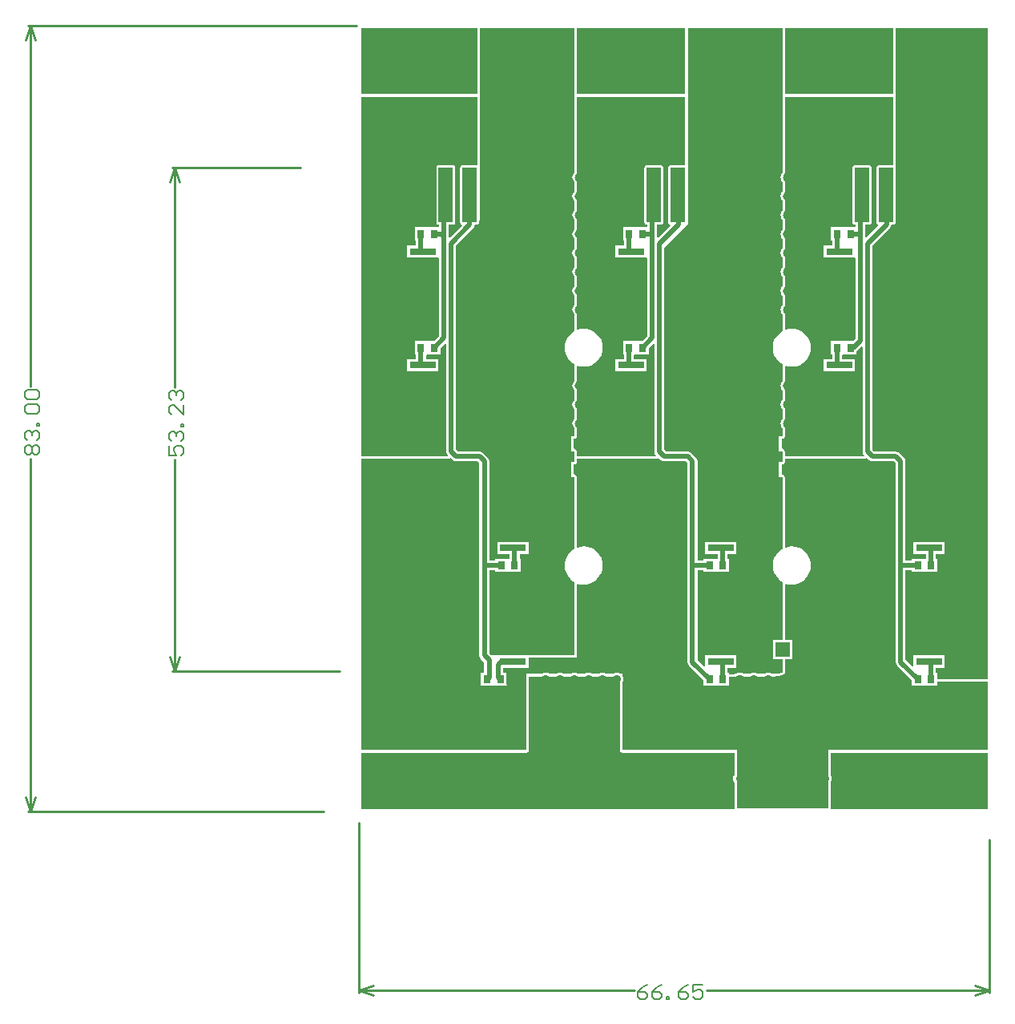
<source format=gtl>
G04*
G04 #@! TF.GenerationSoftware,Altium Limited,Altium Designer,18.0.12 (696)*
G04*
G04 Layer_Physical_Order=1*
G04 Layer_Color=255*
%FSLAX25Y25*%
%MOIN*%
G70*
G01*
G75*
%ADD14R,0.12205X0.34252*%
%ADD29R,0.06693X0.04331*%
%ADD30R,0.11000X0.03100*%
%ADD31R,0.03150X0.03543*%
%ADD32C,0.02000*%
%ADD33C,0.01000*%
%ADD34C,0.00600*%
%ADD35R,0.05906X0.22638*%
%ADD36R,0.03150X0.31102*%
%ADD37R,0.05512X0.39764*%
%ADD38R,0.11417X0.38189*%
%ADD39R,0.03150X0.31102*%
%ADD40R,0.03150X0.31102*%
%ADD41R,0.03150X0.31102*%
%ADD42R,0.05906X0.05906*%
%ADD43C,0.05906*%
%ADD44R,0.38000X0.55000*%
%ADD45C,0.03500*%
G36*
X597406Y396689D02*
X552201D01*
Y424126D01*
X597406D01*
Y396689D01*
D02*
G37*
G36*
X510791D02*
X465587D01*
Y424126D01*
X510791D01*
Y396689D01*
D02*
G37*
G36*
X424177D02*
X376071D01*
X376071Y397189D01*
Y424126D01*
X424177D01*
Y396689D01*
D02*
G37*
G36*
X597406Y367294D02*
X597244Y367161D01*
X591339D01*
X590948Y367084D01*
X590618Y366863D01*
X590397Y366532D01*
X590319Y366142D01*
Y343504D01*
X590397Y343114D01*
X590618Y342783D01*
X590948Y342562D01*
X591106Y342021D01*
X586115Y337031D01*
X585653Y337222D01*
Y342484D01*
X587303D01*
X587693Y342562D01*
X588024Y342783D01*
X588245Y343114D01*
X588323Y343504D01*
Y366142D01*
X588245Y366532D01*
X588024Y366863D01*
X587693Y367084D01*
X587303Y367161D01*
X581398D01*
X581007Y367084D01*
X580677Y366863D01*
X580456Y366532D01*
X580378Y366142D01*
Y343504D01*
X580456Y343114D01*
X580677Y342783D01*
X581007Y342562D01*
X581398Y342484D01*
X581575D01*
Y341354D01*
X577091D01*
X576953Y341354D01*
X576591D01*
X576453Y341354D01*
X571441D01*
Y335811D01*
X571977D01*
Y333849D01*
X568303D01*
Y328749D01*
X581075D01*
X581303Y328749D01*
X581575Y328362D01*
Y295089D01*
X580596Y294110D01*
X577091D01*
X576953Y294110D01*
X576591D01*
X576453Y294110D01*
X571441D01*
Y288567D01*
X571961D01*
Y286605D01*
X568303D01*
Y281505D01*
X581303D01*
Y286605D01*
X576039D01*
Y288213D01*
X576393Y288567D01*
X576953D01*
X577091Y288567D01*
X582102D01*
Y289864D01*
X582151Y289897D01*
X584113Y291859D01*
X584575Y291668D01*
Y248031D01*
X584730Y247251D01*
X585172Y246590D01*
X585237Y246525D01*
X585046Y246063D01*
X552201D01*
Y248213D01*
X552123Y248603D01*
X551902Y248934D01*
X551571Y249155D01*
X551181Y249232D01*
Y253524D01*
X551571Y253601D01*
X551902Y253822D01*
X552123Y254153D01*
X552201Y254543D01*
Y257891D01*
X552175Y258021D01*
X552166Y258155D01*
X552136Y258215D01*
X552123Y258281D01*
X552049Y258392D01*
X551990Y258511D01*
X551638Y258970D01*
X551464Y259391D01*
X551404Y259842D01*
X551464Y260294D01*
X551638Y260715D01*
X551990Y261174D01*
X552049Y261293D01*
X552123Y261404D01*
X552136Y261470D01*
X552166Y261530D01*
X552175Y261664D01*
X552201Y261794D01*
Y265765D01*
X552175Y265895D01*
X552166Y266028D01*
X552136Y266089D01*
X552123Y266155D01*
X552049Y266266D01*
X551990Y266385D01*
X551638Y266844D01*
X551464Y267265D01*
X551404Y267717D01*
X551464Y268168D01*
X551638Y268589D01*
X551990Y269048D01*
X552049Y269167D01*
X552123Y269278D01*
X552136Y269344D01*
X552166Y269405D01*
X552175Y269538D01*
X552201Y269669D01*
Y273639D01*
X552175Y273769D01*
X552166Y273903D01*
X552136Y273963D01*
X552123Y274029D01*
X552049Y274140D01*
X551990Y274259D01*
X551638Y274718D01*
X551464Y275139D01*
X551404Y275590D01*
X551464Y276042D01*
X551638Y276463D01*
X551990Y276922D01*
X552049Y277041D01*
X552123Y277152D01*
X552136Y277218D01*
X552166Y277279D01*
X552175Y277412D01*
X552201Y277542D01*
Y283548D01*
X552602Y283846D01*
X553569Y283553D01*
X555118Y283400D01*
X556667Y283553D01*
X558156Y284005D01*
X559528Y284738D01*
X560731Y285725D01*
X561719Y286928D01*
X562452Y288301D01*
X562904Y289790D01*
X563056Y291339D01*
X562904Y292887D01*
X562452Y294376D01*
X561719Y295749D01*
X560731Y296952D01*
X559528Y297939D01*
X558156Y298673D01*
X556667Y299124D01*
X555118Y299277D01*
X553569Y299124D01*
X552602Y298831D01*
X552201Y299129D01*
Y305135D01*
X552175Y305265D01*
X552166Y305399D01*
X552136Y305459D01*
X552123Y305525D01*
X552049Y305636D01*
X551990Y305755D01*
X551638Y306214D01*
X551464Y306635D01*
X551404Y307087D01*
X551464Y307538D01*
X551638Y307959D01*
X551990Y308418D01*
X552049Y308538D01*
X552123Y308648D01*
X552136Y308714D01*
X552166Y308775D01*
X552175Y308908D01*
X552201Y309038D01*
Y313009D01*
X552175Y313140D01*
X552166Y313273D01*
X552136Y313333D01*
X552123Y313399D01*
X552049Y313510D01*
X551990Y313629D01*
X551638Y314088D01*
X551464Y314509D01*
X551404Y314961D01*
X551464Y315412D01*
X551638Y315833D01*
X551990Y316292D01*
X552049Y316411D01*
X552123Y316522D01*
X552136Y316588D01*
X552166Y316649D01*
X552175Y316782D01*
X552201Y316913D01*
Y320883D01*
X552175Y321013D01*
X552166Y321147D01*
X552136Y321207D01*
X552123Y321273D01*
X552049Y321384D01*
X551990Y321503D01*
X551638Y321962D01*
X551464Y322383D01*
X551404Y322835D01*
X551464Y323286D01*
X551638Y323707D01*
X551990Y324166D01*
X552049Y324286D01*
X552123Y324396D01*
X552136Y324462D01*
X552166Y324523D01*
X552175Y324656D01*
X552201Y324787D01*
Y328757D01*
X552175Y328888D01*
X552166Y329021D01*
X552136Y329081D01*
X552123Y329147D01*
X552049Y329258D01*
X551990Y329377D01*
X551638Y329836D01*
X551464Y330257D01*
X551404Y330709D01*
X551464Y331160D01*
X551638Y331581D01*
X551990Y332040D01*
X552049Y332159D01*
X552123Y332270D01*
X552136Y332336D01*
X552166Y332397D01*
X552175Y332530D01*
X552201Y332661D01*
Y336631D01*
X552175Y336761D01*
X552166Y336895D01*
X552136Y336955D01*
X552123Y337021D01*
X552049Y337132D01*
X551990Y337251D01*
X551638Y337710D01*
X551464Y338131D01*
X551404Y338583D01*
X551464Y339034D01*
X551638Y339455D01*
X551990Y339914D01*
X552049Y340034D01*
X552123Y340144D01*
X552136Y340210D01*
X552166Y340271D01*
X552175Y340404D01*
X552201Y340535D01*
Y344505D01*
X552175Y344636D01*
X552166Y344769D01*
X552136Y344829D01*
X552123Y344895D01*
X552049Y345006D01*
X551990Y345125D01*
X551638Y345584D01*
X551464Y346005D01*
X551404Y346457D01*
X551464Y346908D01*
X551638Y347329D01*
X551990Y347788D01*
X552049Y347907D01*
X552123Y348018D01*
X552136Y348084D01*
X552166Y348145D01*
X552175Y348278D01*
X552201Y348409D01*
Y352379D01*
X552175Y352510D01*
X552166Y352643D01*
X552136Y352703D01*
X552123Y352769D01*
X552049Y352880D01*
X551990Y352999D01*
X551638Y353458D01*
X551464Y353879D01*
X551404Y354331D01*
X551464Y354782D01*
X551638Y355203D01*
X551990Y355662D01*
X552049Y355782D01*
X552123Y355892D01*
X552136Y355958D01*
X552166Y356019D01*
X552175Y356152D01*
X552201Y356283D01*
X552201Y360253D01*
X552175Y360384D01*
X552166Y360517D01*
X552136Y360577D01*
X552123Y360643D01*
X552049Y360754D01*
X551990Y360874D01*
X551638Y361332D01*
X551464Y361753D01*
X551404Y362205D01*
X551464Y362656D01*
X551638Y363077D01*
X551990Y363536D01*
X552049Y363656D01*
X552123Y363767D01*
X552136Y363832D01*
X552166Y363893D01*
X552175Y364026D01*
X552201Y364157D01*
Y395669D01*
X597406D01*
Y367294D01*
D02*
G37*
G36*
X510791Y367594D02*
X510291Y367161D01*
X504724D01*
X504334Y367084D01*
X504003Y366863D01*
X503782Y366532D01*
X503705Y366142D01*
Y343504D01*
X503782Y343114D01*
X504003Y342783D01*
X504334Y342562D01*
X504491Y342021D01*
X499501Y337031D01*
X499039Y337222D01*
Y342484D01*
X500689D01*
X501079Y342562D01*
X501410Y342783D01*
X501631Y343114D01*
X501709Y343504D01*
Y366142D01*
X501631Y366532D01*
X501410Y366863D01*
X501079Y367084D01*
X500689Y367161D01*
X494783D01*
X494393Y367084D01*
X494063Y366863D01*
X493842Y366532D01*
X493764Y366142D01*
Y343504D01*
X493842Y343114D01*
X494063Y342783D01*
X494393Y342562D01*
X494783Y342484D01*
X494961D01*
Y341354D01*
X490476D01*
X490339Y341354D01*
X489976D01*
X489839Y341354D01*
X484827D01*
Y335811D01*
X485362D01*
Y333849D01*
X481689D01*
Y328749D01*
X494461D01*
X494689Y328749D01*
X494961Y328362D01*
Y296270D01*
X492801Y294110D01*
X490476D01*
X490339Y294110D01*
X489976D01*
X489839Y294110D01*
X484827D01*
Y288567D01*
X485362D01*
Y286605D01*
X481689D01*
Y281505D01*
X494689D01*
Y286605D01*
X489441D01*
Y288213D01*
X489794Y288567D01*
X490339D01*
X490476Y288567D01*
X495488D01*
Y291030D01*
X497499Y293040D01*
X497961Y292849D01*
Y248031D01*
X498116Y247251D01*
X498558Y246590D01*
X498623Y246525D01*
X498431Y246063D01*
X465587D01*
Y248213D01*
X465509Y248603D01*
X465288Y248934D01*
X464957Y249155D01*
X464567Y249232D01*
Y253524D01*
X464957Y253601D01*
X465288Y253822D01*
X465509Y254153D01*
X465587Y254543D01*
Y257891D01*
X465560Y258021D01*
X465552Y258154D01*
X465522Y258215D01*
X465509Y258281D01*
X465435Y258392D01*
X465376Y258511D01*
X465024Y258970D01*
X464850Y259391D01*
X464790Y259842D01*
X464850Y260294D01*
X465024Y260715D01*
X465376Y261174D01*
X465435Y261293D01*
X465509Y261404D01*
X465522Y261470D01*
X465552Y261531D01*
X465560Y261664D01*
X465587Y261794D01*
Y265765D01*
X465560Y265895D01*
X465552Y266028D01*
X465522Y266089D01*
X465509Y266155D01*
X465435Y266266D01*
X465376Y266385D01*
X465024Y266844D01*
X464850Y267265D01*
X464790Y267717D01*
X464850Y268168D01*
X465024Y268589D01*
X465376Y269048D01*
X465435Y269167D01*
X465509Y269278D01*
X465522Y269344D01*
X465552Y269405D01*
X465560Y269538D01*
X465587Y269669D01*
Y273639D01*
X465560Y273769D01*
X465552Y273903D01*
X465522Y273963D01*
X465509Y274029D01*
X465435Y274140D01*
X465376Y274259D01*
X465024Y274718D01*
X464850Y275139D01*
X464790Y275590D01*
X464850Y276042D01*
X465024Y276463D01*
X465376Y276922D01*
X465435Y277041D01*
X465509Y277152D01*
X465522Y277218D01*
X465552Y277279D01*
X465560Y277412D01*
X465587Y277542D01*
Y283548D01*
X465988Y283846D01*
X466955Y283553D01*
X468504Y283400D01*
X470053Y283553D01*
X471542Y284005D01*
X472914Y284738D01*
X474117Y285725D01*
X475104Y286928D01*
X475838Y288301D01*
X476290Y289790D01*
X476442Y291339D01*
X476290Y292887D01*
X475838Y294376D01*
X475104Y295749D01*
X474117Y296952D01*
X472914Y297939D01*
X471542Y298673D01*
X470053Y299124D01*
X468504Y299277D01*
X466955Y299124D01*
X465988Y298831D01*
X465587Y299129D01*
Y305135D01*
X465560Y305265D01*
X465552Y305399D01*
X465522Y305459D01*
X465509Y305525D01*
X465435Y305636D01*
X465376Y305755D01*
X465024Y306214D01*
X464850Y306635D01*
X464790Y307087D01*
X464850Y307538D01*
X465024Y307959D01*
X465376Y308418D01*
X465435Y308538D01*
X465509Y308648D01*
X465522Y308714D01*
X465552Y308775D01*
X465560Y308908D01*
X465587Y309039D01*
Y313009D01*
X465560Y313140D01*
X465552Y313273D01*
X465522Y313333D01*
X465509Y313399D01*
X465435Y313510D01*
X465376Y313629D01*
X465024Y314088D01*
X464850Y314509D01*
X464790Y314961D01*
X464850Y315412D01*
X465024Y315833D01*
X465376Y316292D01*
X465435Y316411D01*
X465509Y316522D01*
X465522Y316588D01*
X465552Y316649D01*
X465560Y316782D01*
X465587Y316913D01*
Y320883D01*
X465560Y321013D01*
X465552Y321147D01*
X465522Y321207D01*
X465509Y321273D01*
X465435Y321384D01*
X465376Y321503D01*
X465024Y321962D01*
X464850Y322383D01*
X464790Y322835D01*
X464850Y323286D01*
X465024Y323707D01*
X465376Y324166D01*
X465435Y324286D01*
X465509Y324396D01*
X465522Y324462D01*
X465552Y324523D01*
X465560Y324656D01*
X465587Y324787D01*
Y328757D01*
X465560Y328888D01*
X465552Y329021D01*
X465522Y329081D01*
X465509Y329147D01*
X465435Y329258D01*
X465376Y329377D01*
X465024Y329836D01*
X464850Y330257D01*
X464790Y330709D01*
X464850Y331160D01*
X465024Y331581D01*
X465376Y332040D01*
X465435Y332159D01*
X465509Y332270D01*
X465522Y332336D01*
X465552Y332397D01*
X465560Y332530D01*
X465587Y332661D01*
Y336631D01*
X465560Y336761D01*
X465552Y336895D01*
X465522Y336955D01*
X465509Y337021D01*
X465435Y337132D01*
X465376Y337251D01*
X465024Y337710D01*
X464850Y338131D01*
X464790Y338583D01*
X464850Y339034D01*
X465024Y339455D01*
X465376Y339914D01*
X465435Y340034D01*
X465509Y340144D01*
X465522Y340210D01*
X465552Y340271D01*
X465560Y340404D01*
X465587Y340535D01*
Y344505D01*
X465560Y344636D01*
X465552Y344769D01*
X465522Y344829D01*
X465509Y344895D01*
X465435Y345006D01*
X465376Y345125D01*
X465024Y345584D01*
X464850Y346005D01*
X464790Y346457D01*
X464850Y346908D01*
X465024Y347329D01*
X465376Y347788D01*
X465435Y347908D01*
X465509Y348019D01*
X465522Y348084D01*
X465552Y348145D01*
X465560Y348278D01*
X465587Y348409D01*
Y352379D01*
X465560Y352509D01*
X465552Y352643D01*
X465522Y352703D01*
X465509Y352769D01*
X465435Y352880D01*
X465376Y352999D01*
X465024Y353458D01*
X464850Y353879D01*
X464790Y354331D01*
X464850Y354782D01*
X465024Y355203D01*
X465376Y355662D01*
X465435Y355782D01*
X465509Y355892D01*
X465522Y355958D01*
X465552Y356019D01*
X465560Y356152D01*
X465587Y356283D01*
Y360253D01*
X465560Y360384D01*
X465552Y360517D01*
X465522Y360577D01*
X465509Y360643D01*
X465435Y360754D01*
X465376Y360874D01*
X465024Y361332D01*
X464850Y361753D01*
X464790Y362205D01*
X464850Y362656D01*
X465024Y363077D01*
X465376Y363536D01*
X465435Y363656D01*
X465509Y363767D01*
X465522Y363832D01*
X465552Y363893D01*
X465560Y364026D01*
X465587Y364157D01*
Y395669D01*
X510791D01*
X510791Y367594D01*
D02*
G37*
G36*
X424177Y367294D02*
X424016Y367161D01*
X418110D01*
X417720Y367084D01*
X417389Y366863D01*
X417168Y366532D01*
X417091Y366142D01*
Y343504D01*
X417168Y343114D01*
X417389Y342783D01*
X417720Y342562D01*
X417877Y342021D01*
X412887Y337031D01*
X412425Y337222D01*
Y342484D01*
X414075D01*
X414465Y342562D01*
X414796Y342783D01*
X415017Y343114D01*
X415094Y343504D01*
Y366142D01*
X415017Y366532D01*
X414796Y366863D01*
X414465Y367084D01*
X414075Y367161D01*
X408169D01*
X407779Y367084D01*
X407448Y366863D01*
X407227Y366532D01*
X407150Y366142D01*
Y343504D01*
X407227Y343114D01*
X407448Y342783D01*
X407779Y342562D01*
X408169Y342484D01*
X408347D01*
Y341354D01*
X403862D01*
X403724Y341354D01*
X403362D01*
X403224Y341354D01*
X398213D01*
Y335811D01*
X398748D01*
Y333849D01*
X395075D01*
Y328749D01*
X407847D01*
X408075Y328749D01*
X408347Y328362D01*
Y296270D01*
X406187Y294110D01*
X403862D01*
X403724Y294110D01*
X403362D01*
X403224Y294110D01*
X398213D01*
Y288567D01*
X398748D01*
Y286605D01*
X395075D01*
Y281505D01*
X408075D01*
Y286605D01*
X402827D01*
Y288213D01*
X403180Y288567D01*
X403724D01*
X403862Y288567D01*
X408874D01*
Y291030D01*
X410885Y293040D01*
X411347Y292849D01*
Y248031D01*
X411502Y247251D01*
X411944Y246590D01*
X412009Y246525D01*
X411817Y246063D01*
X376071D01*
X376071Y395669D01*
X424177D01*
Y367294D01*
D02*
G37*
G36*
X636725Y153543D02*
X615567Y153543D01*
Y156315D01*
X615031D01*
Y158277D01*
X618705D01*
Y163377D01*
X605705D01*
Y158910D01*
X605205Y158703D01*
X602433Y161475D01*
Y198748D01*
X604906D01*
Y198016D01*
X609917D01*
X610055Y198016D01*
X610417D01*
X610555Y198016D01*
X615567D01*
Y203559D01*
X615031D01*
Y205521D01*
X618705D01*
Y210621D01*
X605705D01*
Y205521D01*
X610953D01*
Y203913D01*
X610599Y203559D01*
X610055D01*
X609917Y203559D01*
X604906D01*
Y202827D01*
X602433D01*
Y244094D01*
X602278Y244875D01*
X601836Y245536D01*
X599867Y247505D01*
X599206Y247947D01*
X598425Y248102D01*
X589427D01*
X588653Y248876D01*
Y333801D01*
X595930Y341078D01*
X596372Y341739D01*
X596520Y342484D01*
X597244D01*
X597634Y342562D01*
X597965Y342783D01*
X598186Y343114D01*
X598264Y343504D01*
Y344327D01*
X598425Y344488D01*
Y424126D01*
X636725D01*
X636725Y153543D01*
D02*
G37*
G36*
X464567Y364157D02*
X464133Y363592D01*
X463856Y362923D01*
X463762Y362205D01*
X463856Y361487D01*
X464133Y360818D01*
X464567Y360253D01*
Y356283D01*
X464133Y355718D01*
X463856Y355049D01*
X463762Y354331D01*
X463856Y353613D01*
X464133Y352944D01*
X464567Y352379D01*
Y348409D01*
X464133Y347844D01*
X463856Y347175D01*
X463762Y346457D01*
X463856Y345739D01*
X464133Y345070D01*
X464567Y344505D01*
Y340535D01*
X464133Y339969D01*
X463856Y339301D01*
X463762Y338583D01*
X463856Y337865D01*
X464133Y337196D01*
X464567Y336631D01*
Y332661D01*
X464133Y332096D01*
X463856Y331427D01*
X463762Y330709D01*
X463856Y329991D01*
X464133Y329322D01*
X464567Y328757D01*
Y324787D01*
X464133Y324221D01*
X463856Y323552D01*
X463762Y322835D01*
X463856Y322117D01*
X464133Y321448D01*
X464567Y320883D01*
Y316913D01*
X464133Y316348D01*
X463856Y315679D01*
X463762Y314961D01*
X463856Y314243D01*
X464133Y313574D01*
X464567Y313009D01*
Y309039D01*
X464133Y308473D01*
X463856Y307804D01*
X463762Y307087D01*
X463856Y306369D01*
X464133Y305700D01*
X464567Y305135D01*
Y298192D01*
X464094Y297939D01*
X462891Y296952D01*
X461903Y295749D01*
X461170Y294376D01*
X460718Y292887D01*
X460566Y291339D01*
X460718Y289790D01*
X461170Y288301D01*
X461903Y286928D01*
X462891Y285725D01*
X464094Y284738D01*
X464567Y284485D01*
Y277542D01*
X464133Y276977D01*
X463856Y276308D01*
X463762Y275590D01*
X463856Y274873D01*
X464133Y274204D01*
X464567Y273639D01*
Y269669D01*
X464133Y269103D01*
X463856Y268434D01*
X463762Y267717D01*
X463856Y266999D01*
X464133Y266330D01*
X464567Y265765D01*
Y261794D01*
X464133Y261229D01*
X463856Y260560D01*
X463762Y259842D01*
X463856Y259125D01*
X464133Y258456D01*
X464567Y257891D01*
Y254543D01*
X463173D01*
Y248213D01*
X464567D01*
Y243913D01*
X463173D01*
Y237583D01*
X464567D01*
Y207641D01*
X464094Y207388D01*
X462891Y206401D01*
X461903Y205198D01*
X461170Y203825D01*
X460718Y202336D01*
X460566Y200787D01*
X460718Y199239D01*
X461170Y197750D01*
X461903Y196377D01*
X462891Y195174D01*
X464094Y194187D01*
X464567Y193934D01*
Y163386D01*
X430049D01*
X429205Y164231D01*
Y198748D01*
X431677D01*
Y198016D01*
X436689D01*
X436827Y198016D01*
X437189D01*
X437327Y198016D01*
X442339D01*
Y203559D01*
X441803D01*
Y205521D01*
X445476D01*
Y210621D01*
X432476D01*
Y205521D01*
X437725D01*
Y203913D01*
X437371Y203559D01*
X436827D01*
X436689Y203559D01*
X431677D01*
Y202827D01*
X429205D01*
Y244094D01*
X429049Y244875D01*
X428607Y245536D01*
X426639Y247505D01*
X425977Y247947D01*
X425197Y248102D01*
X416199D01*
X415425Y248876D01*
Y333801D01*
X422544Y340920D01*
X422986Y341582D01*
X423141Y342362D01*
Y342433D01*
X423193Y342484D01*
X424016D01*
X424406Y342562D01*
X424737Y342783D01*
X424958Y343114D01*
X425035Y343504D01*
Y344327D01*
X425197Y344488D01*
Y424126D01*
X464567D01*
Y364157D01*
D02*
G37*
G36*
X551181Y364157D02*
X550747Y363592D01*
X550470Y362923D01*
X550376Y362205D01*
X550470Y361487D01*
X550747Y360818D01*
X551181Y360253D01*
X551181Y356283D01*
X550747Y355718D01*
X550470Y355049D01*
X550376Y354331D01*
X550470Y353613D01*
X550747Y352944D01*
X551181Y352379D01*
Y348409D01*
X550747Y347844D01*
X550470Y347175D01*
X550376Y346457D01*
X550470Y345739D01*
X550747Y345070D01*
X551181Y344505D01*
Y340535D01*
X550747Y339969D01*
X550470Y339301D01*
X550376Y338583D01*
X550470Y337865D01*
X550747Y337196D01*
X551181Y336631D01*
Y332661D01*
X550747Y332096D01*
X550470Y331427D01*
X550376Y330709D01*
X550470Y329991D01*
X550747Y329322D01*
X551181Y328757D01*
Y324787D01*
X550747Y324221D01*
X550470Y323552D01*
X550376Y322835D01*
X550470Y322117D01*
X550747Y321448D01*
X551181Y320883D01*
Y316913D01*
X550747Y316348D01*
X550470Y315679D01*
X550376Y314961D01*
X550470Y314243D01*
X550747Y313574D01*
X551181Y313009D01*
Y309038D01*
X550747Y308473D01*
X550470Y307804D01*
X550376Y307087D01*
X550470Y306369D01*
X550747Y305700D01*
X551181Y305135D01*
Y298192D01*
X550708Y297939D01*
X549505Y296952D01*
X548518Y295749D01*
X547784Y294376D01*
X547332Y292887D01*
X547180Y291339D01*
X547332Y289790D01*
X547784Y288301D01*
X548518Y286928D01*
X549505Y285725D01*
X550708Y284738D01*
X551181Y284485D01*
Y277542D01*
X550747Y276977D01*
X550470Y276308D01*
X550376Y275590D01*
X550470Y274873D01*
X550747Y274204D01*
X551181Y273639D01*
Y269669D01*
X550747Y269103D01*
X550470Y268434D01*
X550376Y267717D01*
X550470Y266999D01*
X550747Y266330D01*
X551181Y265765D01*
Y261794D01*
X550747Y261229D01*
X550470Y260560D01*
X550376Y259842D01*
X550470Y259125D01*
X550747Y258456D01*
X551181Y257891D01*
Y254543D01*
X549787D01*
Y248213D01*
X551181D01*
Y243913D01*
X549787D01*
Y237583D01*
X551181D01*
X551181Y207641D01*
X550708Y207388D01*
X549505Y206401D01*
X548518Y205198D01*
X547784Y203825D01*
X547332Y202336D01*
X547180Y200787D01*
X547332Y199239D01*
X547784Y197750D01*
X548518Y196377D01*
X549505Y195174D01*
X550708Y194187D01*
X551181Y193934D01*
Y169701D01*
X547228D01*
Y161795D01*
X551181D01*
Y156317D01*
X550463Y156222D01*
X549794Y155945D01*
X549640Y155827D01*
X546817D01*
X546663Y155945D01*
X545994Y156222D01*
X545276Y156317D01*
X544558Y156222D01*
X543889Y155945D01*
X543734Y155827D01*
X540912D01*
X540757Y155945D01*
X540088Y156222D01*
X539370Y156317D01*
X538652Y156222D01*
X537983Y155945D01*
X537829Y155827D01*
X535006D01*
X534851Y155945D01*
X534183Y156222D01*
X533465Y156317D01*
X532747Y156222D01*
X532078Y155945D01*
X531923Y155827D01*
X531181D01*
Y155512D01*
X528953D01*
Y156315D01*
X528417D01*
Y158277D01*
X532091D01*
Y163377D01*
X519091D01*
Y158910D01*
X518590Y158703D01*
X515819Y161475D01*
Y198748D01*
X518291D01*
Y198016D01*
X523303D01*
X523441Y198016D01*
X523803D01*
X523941Y198016D01*
X528953D01*
Y203559D01*
X528417D01*
Y205521D01*
X532091D01*
Y210621D01*
X519091D01*
Y205521D01*
X524339D01*
Y203913D01*
X523985Y203559D01*
X523441D01*
X523303Y203559D01*
X518291D01*
Y202827D01*
X515819D01*
Y244094D01*
X515663Y244875D01*
X515222Y245536D01*
X513253Y247505D01*
X512591Y247947D01*
X511811Y248102D01*
X502813D01*
X502039Y248876D01*
Y332748D01*
X511811Y342520D01*
X511811Y424126D01*
X551181D01*
Y364157D01*
D02*
G37*
G36*
X587141Y244621D02*
X587802Y244179D01*
X588583Y244024D01*
X597580D01*
X598354Y243250D01*
Y200787D01*
Y160630D01*
X598510Y159850D01*
X598952Y159188D01*
X604906Y153234D01*
Y150772D01*
X610055D01*
Y150772D01*
X610417D01*
Y150772D01*
X615567D01*
Y152524D01*
X636725Y152524D01*
X636725Y152024D01*
Y124016D01*
X549213D01*
X548228Y125000D01*
Y154807D01*
X549640D01*
X549770Y154833D01*
X549903Y154842D01*
X549964Y154872D01*
X550030Y154885D01*
X550141Y154959D01*
X550260Y155018D01*
X550308Y155055D01*
X550729Y155229D01*
X551314Y155306D01*
X551440Y155349D01*
X551571Y155375D01*
X551627Y155412D01*
X551691Y155434D01*
X551791Y155522D01*
X551902Y155596D01*
X551939Y155652D01*
X551990Y155696D01*
X552049Y155816D01*
X552123Y155927D01*
X552136Y155993D01*
X552166Y156053D01*
X552175Y156186D01*
X552201Y156317D01*
Y161795D01*
X555134D01*
Y169701D01*
X552201D01*
Y192997D01*
X552602Y193295D01*
X553569Y193002D01*
X555118Y192849D01*
X556667Y193002D01*
X558156Y193453D01*
X559528Y194187D01*
X560731Y195174D01*
X561719Y196377D01*
X562452Y197750D01*
X562904Y199239D01*
X563056Y200787D01*
X562904Y202336D01*
X562452Y203825D01*
X561719Y205198D01*
X560731Y206401D01*
X559528Y207388D01*
X558156Y208121D01*
X556667Y208573D01*
X555118Y208726D01*
X553569Y208573D01*
X552602Y208280D01*
X552201Y208578D01*
X552201Y237583D01*
X552123Y237973D01*
X551902Y238304D01*
X551571Y238525D01*
X551181Y238602D01*
X550807D01*
Y242894D01*
X551181D01*
X551571Y242971D01*
X551902Y243192D01*
X552123Y243523D01*
X552201Y243913D01*
Y245043D01*
X585046D01*
X585436Y245121D01*
X585767Y245342D01*
X586389Y245373D01*
X587141Y244621D01*
D02*
G37*
G36*
X500527D02*
X501188Y244179D01*
X501968Y244024D01*
X510966D01*
X511740Y243250D01*
Y200787D01*
Y160630D01*
X511896Y159850D01*
X512338Y159188D01*
X518291Y153234D01*
Y150772D01*
X523441D01*
Y150772D01*
X523803D01*
Y150772D01*
X528953D01*
Y154492D01*
X531181D01*
X531571Y154570D01*
X531902Y154791D01*
X531913Y154807D01*
X531923D01*
X532054Y154833D01*
X532187Y154842D01*
X532247Y154872D01*
X532313Y154885D01*
X532424Y154959D01*
X532544Y155018D01*
X532592Y155055D01*
X532965Y155209D01*
X533235Y155111D01*
X533465Y154910D01*
Y124016D01*
X484567Y124016D01*
Y152002D01*
X484686Y152156D01*
X484963Y152825D01*
X485057Y153543D01*
X484963Y154261D01*
X484686Y154930D01*
X484567Y155085D01*
Y155827D01*
X483825D01*
X483670Y155945D01*
X483001Y156222D01*
X482283Y156317D01*
X481566Y156222D01*
X480897Y155945D01*
X480742Y155827D01*
X477919D01*
X477765Y155945D01*
X477096Y156222D01*
X476378Y156317D01*
X475660Y156222D01*
X474991Y155945D01*
X474836Y155827D01*
X472014D01*
X471859Y155945D01*
X471190Y156222D01*
X470472Y156317D01*
X469755Y156222D01*
X469086Y155945D01*
X468931Y155827D01*
X466108D01*
X465954Y155945D01*
X465285Y156222D01*
X464670Y156303D01*
D01*
X464567Y156317D01*
X463849Y156222D01*
X463180Y155945D01*
X463025Y155827D01*
X460203D01*
X460048Y155945D01*
X459379Y156222D01*
X458661Y156317D01*
X457943Y156222D01*
X457275Y155945D01*
X457120Y155827D01*
X454297D01*
X454143Y155945D01*
X453474Y156222D01*
X452756Y156317D01*
X452038Y156222D01*
X451369Y155945D01*
X451214Y155827D01*
X444567D01*
Y149606D01*
Y124016D01*
X376071D01*
X376071Y244543D01*
X376071Y245043D01*
X411817D01*
X412207Y245121D01*
X412538Y245342D01*
X413160Y245373D01*
X413912Y244621D01*
X414574Y244179D01*
X415354Y244024D01*
X424352D01*
X425126Y243250D01*
Y200787D01*
Y163386D01*
X425281Y162606D01*
X425723Y161944D01*
X427095Y160573D01*
Y156315D01*
X425772D01*
Y150772D01*
X430921D01*
Y150772D01*
X431284D01*
Y150772D01*
X436433D01*
Y150772D01*
X436851Y150945D01*
X436433Y151362D01*
Y156315D01*
X435110D01*
Y158277D01*
X445476D01*
Y162366D01*
X464567D01*
X464567Y162366D01*
Y162366D01*
X464957Y162444D01*
X465288Y162665D01*
X465509Y162996D01*
X465587Y163386D01*
Y192997D01*
X465988Y193295D01*
X466955Y193002D01*
X468504Y192849D01*
X470053Y193002D01*
X471542Y193453D01*
X472914Y194187D01*
X474117Y195174D01*
X475104Y196377D01*
X475838Y197750D01*
X476290Y199239D01*
X476442Y200787D01*
X476290Y202336D01*
X475838Y203825D01*
X475104Y205198D01*
X474117Y206401D01*
X472914Y207388D01*
X471542Y208121D01*
X470053Y208573D01*
X468504Y208726D01*
X466955Y208573D01*
X465988Y208280D01*
X465587Y208578D01*
Y237583D01*
X465509Y237973D01*
X465288Y238304D01*
X464957Y238525D01*
X464567Y238602D01*
Y242894D01*
X464957Y242971D01*
X465288Y243192D01*
X465509Y243523D01*
X465587Y243913D01*
Y245043D01*
X498431D01*
X498822Y245121D01*
X499152Y245342D01*
X499775Y245373D01*
X500527Y244621D01*
D02*
G37*
G36*
X636725Y122996D02*
X636725Y122496D01*
Y99496D01*
X571181D01*
Y110663D01*
X571300Y110818D01*
X571577Y111487D01*
X571671Y112205D01*
X571577Y112923D01*
X571300Y113592D01*
X571181Y113746D01*
Y122996D01*
X636725D01*
D02*
G37*
G36*
X483846Y123295D02*
X484177Y123074D01*
X484567Y122996D01*
X531181Y122996D01*
Y113746D01*
X531062Y113592D01*
X530785Y112923D01*
X530691Y112205D01*
X530785Y111487D01*
X531062Y110818D01*
X531181Y110663D01*
Y99496D01*
X376071D01*
Y122996D01*
X444567D01*
X444957Y123074D01*
X445288Y123295D01*
X445506Y123622D01*
X483627D01*
X483846Y123295D01*
D02*
G37*
D14*
X493085Y224606D02*
D03*
X520694Y267520D02*
D03*
X493085Y177362D02*
D03*
X520694Y314764D02*
D03*
X579699Y224606D02*
D03*
X607309Y267520D02*
D03*
X579700Y177362D02*
D03*
X607309Y314763D02*
D03*
X406470Y224606D02*
D03*
X434080Y267520D02*
D03*
X406471Y177362D02*
D03*
X434080Y314764D02*
D03*
D29*
X415354Y400984D02*
D03*
Y390354D02*
D03*
X472441Y400984D02*
D03*
Y390354D02*
D03*
X561024Y400984D02*
D03*
Y390354D02*
D03*
X482283Y400984D02*
D03*
Y390354D02*
D03*
X503937Y400984D02*
D03*
Y390354D02*
D03*
X584646Y131299D02*
D03*
Y120669D02*
D03*
X429134Y131299D02*
D03*
Y120669D02*
D03*
X417323Y131299D02*
D03*
Y120669D02*
D03*
X496063Y131299D02*
D03*
Y120669D02*
D03*
X519685Y131299D02*
D03*
Y120669D02*
D03*
X596457Y131299D02*
D03*
Y120669D02*
D03*
X590551Y400984D02*
D03*
Y390354D02*
D03*
X580709Y400984D02*
D03*
Y390354D02*
D03*
X570866Y400984D02*
D03*
Y390354D02*
D03*
X494095Y400984D02*
D03*
Y390354D02*
D03*
X405512Y400984D02*
D03*
Y390354D02*
D03*
X393701Y400984D02*
D03*
Y390354D02*
D03*
X383858Y400984D02*
D03*
Y390354D02*
D03*
X631890Y131299D02*
D03*
Y120669D02*
D03*
X620079Y131299D02*
D03*
Y120669D02*
D03*
X608268Y131299D02*
D03*
Y120669D02*
D03*
X507874Y131299D02*
D03*
Y120669D02*
D03*
X405512Y131299D02*
D03*
Y120669D02*
D03*
X393701Y131299D02*
D03*
Y120669D02*
D03*
X381890Y131299D02*
D03*
Y120669D02*
D03*
X554134Y240748D02*
D03*
Y251378D02*
D03*
X562992Y240748D02*
D03*
Y251378D02*
D03*
X467520Y240748D02*
D03*
Y251378D02*
D03*
X476378Y240748D02*
D03*
Y251378D02*
D03*
X380906Y240748D02*
D03*
Y251378D02*
D03*
X389764Y240748D02*
D03*
Y251378D02*
D03*
D30*
X494095Y224409D02*
D03*
X525591Y241142D02*
D03*
Y236417D02*
D03*
Y231693D02*
D03*
Y226969D02*
D03*
Y222244D02*
D03*
Y217520D02*
D03*
Y212795D02*
D03*
Y208071D02*
D03*
X519685Y267717D02*
D03*
X488189Y250984D02*
D03*
Y255709D02*
D03*
Y260433D02*
D03*
Y265158D02*
D03*
Y269882D02*
D03*
Y274606D02*
D03*
Y279331D02*
D03*
Y284055D02*
D03*
X494095Y177165D02*
D03*
X525591Y193898D02*
D03*
Y189173D02*
D03*
Y184449D02*
D03*
Y179724D02*
D03*
Y175000D02*
D03*
Y170276D02*
D03*
Y165551D02*
D03*
Y160827D02*
D03*
X519685Y314961D02*
D03*
X488189Y298228D02*
D03*
Y302953D02*
D03*
Y307677D02*
D03*
Y312402D02*
D03*
Y317126D02*
D03*
Y321850D02*
D03*
Y326575D02*
D03*
Y331299D02*
D03*
X580709Y224410D02*
D03*
X612205Y241142D02*
D03*
Y236417D02*
D03*
Y231693D02*
D03*
Y226969D02*
D03*
Y222244D02*
D03*
Y217520D02*
D03*
Y212795D02*
D03*
Y208071D02*
D03*
X606299Y267717D02*
D03*
X574803Y250984D02*
D03*
Y255709D02*
D03*
Y260433D02*
D03*
Y265158D02*
D03*
Y269882D02*
D03*
Y274606D02*
D03*
Y279331D02*
D03*
Y284055D02*
D03*
X580709Y177165D02*
D03*
X612205Y193898D02*
D03*
Y189173D02*
D03*
Y184449D02*
D03*
Y179724D02*
D03*
Y175000D02*
D03*
Y170276D02*
D03*
Y165551D02*
D03*
Y160827D02*
D03*
X606299Y314961D02*
D03*
X574803Y298228D02*
D03*
Y302953D02*
D03*
Y307677D02*
D03*
Y312402D02*
D03*
Y317126D02*
D03*
Y321850D02*
D03*
Y326575D02*
D03*
Y331299D02*
D03*
X407480Y224410D02*
D03*
X438976Y241142D02*
D03*
Y236417D02*
D03*
Y231693D02*
D03*
Y226969D02*
D03*
Y222244D02*
D03*
Y217520D02*
D03*
Y212795D02*
D03*
Y208071D02*
D03*
X433071Y267717D02*
D03*
X401575Y250984D02*
D03*
Y255709D02*
D03*
Y260433D02*
D03*
Y265158D02*
D03*
Y269882D02*
D03*
Y274606D02*
D03*
Y279331D02*
D03*
Y284055D02*
D03*
X407480Y177165D02*
D03*
X438976Y193898D02*
D03*
Y189173D02*
D03*
Y184449D02*
D03*
Y179724D02*
D03*
Y175000D02*
D03*
Y170276D02*
D03*
Y165551D02*
D03*
Y160827D02*
D03*
X433071Y314961D02*
D03*
X401575Y298228D02*
D03*
Y302953D02*
D03*
Y307677D02*
D03*
Y312402D02*
D03*
Y317126D02*
D03*
Y321850D02*
D03*
Y326575D02*
D03*
Y331299D02*
D03*
D31*
X526378Y200787D02*
D03*
X520866D02*
D03*
X487402Y291339D02*
D03*
X492913D02*
D03*
X526378Y153543D02*
D03*
X520866D02*
D03*
X487402Y338583D02*
D03*
X492913D02*
D03*
X612992Y200787D02*
D03*
X607480D02*
D03*
X574016Y291339D02*
D03*
X579528D02*
D03*
X612992Y153543D02*
D03*
X607480D02*
D03*
X574016Y338583D02*
D03*
X579528D02*
D03*
X439764Y200787D02*
D03*
X434252D02*
D03*
X400787Y291339D02*
D03*
X406299D02*
D03*
X433858Y153543D02*
D03*
X428346D02*
D03*
X400787Y338583D02*
D03*
X406299D02*
D03*
D32*
X487402Y284842D02*
X488189Y284055D01*
X487402Y284842D02*
Y291339D01*
X574000Y284858D02*
X574803Y284055D01*
X574000Y284858D02*
Y289551D01*
X574016Y289567D01*
Y291339D01*
X433071Y159449D02*
X434449Y160827D01*
X433071Y154331D02*
Y159449D01*
Y154331D02*
X433858Y153543D01*
X429134Y154331D02*
Y161417D01*
X428346Y153543D02*
X429134Y154331D01*
X434449Y160827D02*
X438976D01*
X427165Y163386D02*
X429134Y161417D01*
X427165Y163386D02*
Y200787D01*
Y244094D01*
X425197Y246063D02*
X427165Y244094D01*
X513779Y200787D02*
Y244094D01*
Y160630D02*
Y200787D01*
X511811Y246063D02*
X513779Y244094D01*
Y160630D02*
X520866Y153543D01*
X600394Y200787D02*
Y244094D01*
X598425Y246063D02*
X600394Y244094D01*
X588583Y246063D02*
X598425D01*
X600394Y160630D02*
Y200787D01*
X607480D01*
X600394Y160630D02*
X607480Y153543D01*
X574016Y332087D02*
Y338583D01*
X583614Y294244D02*
Y349362D01*
X579528Y338583D02*
X583614D01*
X580709Y291339D02*
X583614Y294244D01*
X579528Y291339D02*
X580709D01*
X497000Y338583D02*
Y345425D01*
Y295425D02*
Y338583D01*
X492913D02*
X497000D01*
X498032Y346457D02*
Y354331D01*
X497000Y345425D02*
X498032Y346457D01*
X492913Y291339D02*
X497000Y295425D01*
X487402Y332087D02*
Y338583D01*
X410386Y295425D02*
Y337646D01*
X406299Y291339D02*
X410386Y295425D01*
X409449Y338583D02*
X410386Y337646D01*
X406299Y337795D02*
X407087Y338583D01*
X409449D01*
X410386Y337646D02*
Y345520D01*
X400787Y284842D02*
Y291339D01*
Y332087D02*
Y338583D01*
X427165Y200787D02*
X434252D01*
X421102Y342362D02*
Y354331D01*
X413386Y334646D02*
X421102Y342362D01*
X413386Y248031D02*
Y334646D01*
Y248031D02*
X415354Y246063D01*
X425197D01*
X439764Y200787D02*
Y207283D01*
X513779Y200787D02*
X520866D01*
X507874Y342520D02*
Y346457D01*
X500000Y334646D02*
X507874Y342520D01*
X500000Y248031D02*
Y334646D01*
Y248031D02*
X501968Y246063D01*
X511811D01*
X526378Y200787D02*
Y207283D01*
Y153543D02*
Y160039D01*
X612992Y153543D02*
Y160039D01*
X612205Y208071D02*
X612992Y207283D01*
Y200787D02*
Y207283D01*
X594488Y342520D02*
Y346457D01*
X586614Y334646D02*
X594488Y342520D01*
X586614Y248031D02*
Y334646D01*
Y248031D02*
X588583Y246063D01*
D33*
X375000Y24213D02*
X381000Y26213D01*
X375000Y24213D02*
X381000Y22213D01*
X631402D02*
X637402Y24213D01*
X631402Y26213D02*
X637402Y24213D01*
X375000D02*
X489505D01*
X519696D02*
X637402D01*
X375000Y23213D02*
Y93898D01*
X637402Y23213D02*
Y86713D01*
X296425Y162693D02*
X298425Y156693D01*
X300425Y162693D01*
X298425Y366240D02*
X300425Y360240D01*
X296425D02*
X298425Y366240D01*
Y156693D02*
Y244771D01*
Y274962D02*
Y366240D01*
X297425Y156693D02*
X367028D01*
X297425Y366240D02*
X350787D01*
X238386Y425197D02*
X240386Y419197D01*
X236386D02*
X238386Y425197D01*
X236386Y104425D02*
X238386Y98425D01*
X240386Y104425D01*
X238386Y275307D02*
Y425197D01*
Y98425D02*
Y245115D01*
X237386Y425197D02*
X374016D01*
X237386Y98425D02*
X360236D01*
D34*
X495104Y26612D02*
X493105Y25612D01*
X491105Y23613D01*
Y21613D01*
X492105Y20614D01*
X494104D01*
X495104Y21613D01*
Y22613D01*
X494104Y23613D01*
X491105D01*
X501102Y26612D02*
X499103Y25612D01*
X497103Y23613D01*
Y21613D01*
X498103Y20614D01*
X500102D01*
X501102Y21613D01*
Y22613D01*
X500102Y23613D01*
X497103D01*
X503101Y20614D02*
Y21613D01*
X504101D01*
Y20614D01*
X503101D01*
X512098Y26612D02*
X510099Y25612D01*
X508100Y23613D01*
Y21613D01*
X509099Y20614D01*
X511099D01*
X512098Y21613D01*
Y22613D01*
X511099Y23613D01*
X508100D01*
X518096Y26612D02*
X514098D01*
Y23613D01*
X516097Y24612D01*
X517097D01*
X518096Y23613D01*
Y21613D01*
X517097Y20614D01*
X515097D01*
X514098Y21613D01*
X296026Y250370D02*
Y246371D01*
X299025D01*
X298025Y248370D01*
Y249370D01*
X299025Y250370D01*
X301025D01*
X302024Y249370D01*
Y247371D01*
X301025Y246371D01*
X297026Y252369D02*
X296026Y253369D01*
Y255368D01*
X297026Y256368D01*
X298025D01*
X299025Y255368D01*
Y254368D01*
Y255368D01*
X300025Y256368D01*
X301025D01*
X302024Y255368D01*
Y253369D01*
X301025Y252369D01*
X302024Y258367D02*
X301025D01*
Y259367D01*
X302024D01*
Y258367D01*
Y267364D02*
Y263365D01*
X298025Y267364D01*
X297026D01*
X296026Y266364D01*
Y264365D01*
X297026Y263365D01*
Y269363D02*
X296026Y270363D01*
Y272362D01*
X297026Y273362D01*
X298025D01*
X299025Y272362D01*
Y271363D01*
Y272362D01*
X300025Y273362D01*
X301025D01*
X302024Y272362D01*
Y270363D01*
X301025Y269363D01*
X236986Y246715D02*
X235987Y247715D01*
Y249714D01*
X236986Y250714D01*
X237986D01*
X238986Y249714D01*
X239985Y250714D01*
X240985D01*
X241985Y249714D01*
Y247715D01*
X240985Y246715D01*
X239985D01*
X238986Y247715D01*
X237986Y246715D01*
X236986D01*
X238986Y247715D02*
Y249714D01*
X236986Y252713D02*
X235987Y253713D01*
Y255713D01*
X236986Y256712D01*
X237986D01*
X238986Y255713D01*
Y254713D01*
Y255713D01*
X239985Y256712D01*
X240985D01*
X241985Y255713D01*
Y253713D01*
X240985Y252713D01*
X241985Y258712D02*
X240985D01*
Y259711D01*
X241985D01*
Y258712D01*
X236986Y263710D02*
X235987Y264710D01*
Y266709D01*
X236986Y267709D01*
X240985D01*
X241985Y266709D01*
Y264710D01*
X240985Y263710D01*
X236986D01*
Y269708D02*
X235987Y270708D01*
Y272707D01*
X236986Y273707D01*
X240985D01*
X241985Y272707D01*
Y270708D01*
X240985Y269708D01*
X236986D01*
D35*
X604331Y354823D02*
D03*
X594291D02*
D03*
X584350D02*
D03*
X574311D02*
D03*
X517717D02*
D03*
X507677D02*
D03*
X497736D02*
D03*
X487697D02*
D03*
X401083D02*
D03*
X411122D02*
D03*
X421063D02*
D03*
X431102D02*
D03*
D36*
X521654Y226969D02*
D03*
X578740Y265158D02*
D03*
X435039Y179724D02*
D03*
D37*
X484685Y224606D02*
D03*
X529095Y267520D02*
D03*
X484685Y177362D02*
D03*
X529095Y314764D02*
D03*
X571300Y224606D02*
D03*
X615709Y267519D02*
D03*
X571299Y177362D02*
D03*
X615709Y314764D02*
D03*
X398071Y224606D02*
D03*
X442480Y267520D02*
D03*
X398070Y177362D02*
D03*
X442480Y314765D02*
D03*
D38*
X504485Y224606D02*
D03*
X509295Y267520D02*
D03*
X504485Y177362D02*
D03*
X509295Y314764D02*
D03*
X591100Y224606D02*
D03*
X595909Y267519D02*
D03*
X591099Y177362D02*
D03*
X595909Y314764D02*
D03*
X417871Y224606D02*
D03*
X422680Y267520D02*
D03*
X417870Y177362D02*
D03*
X422680Y314765D02*
D03*
D39*
X492126Y265158D02*
D03*
X608268Y226969D02*
D03*
X405512Y312402D02*
D03*
D40*
X521654Y179724D02*
D03*
X578740Y312402D02*
D03*
X435039Y226969D02*
D03*
D41*
X492126Y312402D02*
D03*
X608268Y179724D02*
D03*
X405512Y265158D02*
D03*
D42*
X551181Y165748D02*
D03*
D43*
X561181D02*
D03*
X488189Y405512D02*
D03*
Y385827D02*
D03*
X399606Y405512D02*
D03*
Y385827D02*
D03*
X614173Y135827D02*
D03*
Y116142D02*
D03*
X507874Y135827D02*
D03*
Y116142D02*
D03*
X574803Y405512D02*
D03*
Y385827D02*
D03*
X399606Y135827D02*
D03*
Y116142D02*
D03*
D44*
X464567Y127327D02*
D03*
X551181D02*
D03*
X531496Y396295D02*
D03*
X617717D02*
D03*
X444882D02*
D03*
D45*
X634646Y370079D02*
D03*
Y417323D02*
D03*
Y405905D02*
D03*
X603346Y403543D02*
D03*
X609252D02*
D03*
X632874D02*
D03*
X626968D02*
D03*
X453740Y404528D02*
D03*
X430118D02*
D03*
X436024D02*
D03*
X459646D02*
D03*
X447835D02*
D03*
X441929D02*
D03*
X540354Y403543D02*
D03*
X522638D02*
D03*
X516732D02*
D03*
X546260Y395669D02*
D03*
Y403543D02*
D03*
X528543Y404528D02*
D03*
X534449Y403543D02*
D03*
X621063D02*
D03*
X615158Y404528D02*
D03*
X634842Y387795D02*
D03*
X631890D02*
D03*
X618110Y369094D02*
D03*
X531496D02*
D03*
X444882Y370079D02*
D03*
X458661Y371063D02*
D03*
X431102D02*
D03*
X440945D02*
D03*
X448819D02*
D03*
X517717Y370079D02*
D03*
X545276D02*
D03*
X527559D02*
D03*
X535433D02*
D03*
X604331D02*
D03*
X631890D02*
D03*
X614173D02*
D03*
X622047D02*
D03*
X602362Y393701D02*
D03*
X600394Y390748D02*
D03*
X602362Y379921D02*
D03*
X600394Y386811D02*
D03*
Y382874D02*
D03*
X604331Y390748D02*
D03*
Y382874D02*
D03*
Y386811D02*
D03*
X632874Y394685D02*
D03*
Y380906D02*
D03*
X634842Y391732D02*
D03*
X630905D02*
D03*
X634842Y383858D02*
D03*
X630905D02*
D03*
X516732Y380906D02*
D03*
Y394685D02*
D03*
X546260Y381890D02*
D03*
X548495Y384569D02*
D03*
X548228Y388779D02*
D03*
Y392717D02*
D03*
X544291D02*
D03*
Y384842D02*
D03*
Y388779D02*
D03*
X514764Y391732D02*
D03*
Y383858D02*
D03*
Y387795D02*
D03*
X518701Y383858D02*
D03*
Y391732D02*
D03*
Y387795D02*
D03*
X459646Y395669D02*
D03*
Y381890D02*
D03*
X430118Y395669D02*
D03*
Y381890D02*
D03*
X428150Y384842D02*
D03*
Y388779D02*
D03*
Y392717D02*
D03*
X432087D02*
D03*
Y384842D02*
D03*
Y388779D02*
D03*
X457677Y392717D02*
D03*
X461614D02*
D03*
X457677Y388779D02*
D03*
X461614D02*
D03*
Y384842D02*
D03*
X457677D02*
D03*
X533400Y142300D02*
D03*
X534800Y135400D02*
D03*
X536700Y143600D02*
D03*
X535400Y139400D02*
D03*
X567500Y136400D02*
D03*
X568600Y143300D02*
D03*
X565000Y144100D02*
D03*
X566700Y140200D02*
D03*
X543100Y146100D02*
D03*
X558700Y146400D02*
D03*
X561400Y144100D02*
D03*
X563100Y141000D02*
D03*
X564000Y137500D02*
D03*
X564100Y134200D02*
D03*
X563100Y130700D02*
D03*
X561200Y127500D02*
D03*
X559000Y125100D02*
D03*
X555900Y123400D02*
D03*
X552200Y122900D02*
D03*
X548500D02*
D03*
X545400Y124100D02*
D03*
X542800Y125700D02*
D03*
X540600Y127900D02*
D03*
X538900Y130900D02*
D03*
X540400Y143800D02*
D03*
X538800Y140500D02*
D03*
X538100Y137000D02*
D03*
X448900Y138000D02*
D03*
X449800Y142000D02*
D03*
X479100Y142800D02*
D03*
X480500Y138600D02*
D03*
X480100Y134300D02*
D03*
X475500Y143100D02*
D03*
X477000Y140000D02*
D03*
X477600Y136400D02*
D03*
X448300Y133900D02*
D03*
X453300Y142200D02*
D03*
X452000Y138900D02*
D03*
X455400Y126400D02*
D03*
X453100Y129400D02*
D03*
X464400Y122400D02*
D03*
X460900Y123100D02*
D03*
X458000Y124400D02*
D03*
X451500Y132300D02*
D03*
Y135700D02*
D03*
X476000Y129500D02*
D03*
X473600Y126500D02*
D03*
X470600Y124300D02*
D03*
X467600Y123000D02*
D03*
X477300Y132600D02*
D03*
X538000Y133800D02*
D03*
X558071Y225394D02*
D03*
Y230315D02*
D03*
Y235236D02*
D03*
X471457Y225394D02*
D03*
Y230315D02*
D03*
Y235236D02*
D03*
X384842Y225394D02*
D03*
Y230315D02*
D03*
Y235236D02*
D03*
X524606Y337598D02*
D03*
X531496D02*
D03*
Y344488D02*
D03*
X524606D02*
D03*
X531496Y352362D02*
D03*
Y360236D02*
D03*
X517717Y337598D02*
D03*
X524606Y352362D02*
D03*
Y360236D02*
D03*
X437992Y337598D02*
D03*
X444882D02*
D03*
Y344488D02*
D03*
X437992D02*
D03*
X444882Y352362D02*
D03*
Y360236D02*
D03*
X431102Y337598D02*
D03*
X437992Y352362D02*
D03*
Y360236D02*
D03*
X611221Y361221D02*
D03*
Y353346D02*
D03*
X604331Y338583D02*
D03*
X618110Y361221D02*
D03*
Y353346D02*
D03*
X611221Y345472D02*
D03*
X618110D02*
D03*
Y338583D02*
D03*
X611221D02*
D03*
X633858Y135827D02*
D03*
X625984D02*
D03*
X633858Y142717D02*
D03*
X625984D02*
D03*
X618110D02*
D03*
X603346Y135827D02*
D03*
X595472D02*
D03*
X587598D02*
D03*
X579724D02*
D03*
X603346Y142717D02*
D03*
X595472D02*
D03*
X587598D02*
D03*
X579724D02*
D03*
X611221D02*
D03*
X579724Y116142D02*
D03*
X587598D02*
D03*
X595472D02*
D03*
X603346D02*
D03*
X579724Y109252D02*
D03*
X587598D02*
D03*
X595472D02*
D03*
X603346D02*
D03*
X625984Y116142D02*
D03*
X633858D02*
D03*
X610236Y109252D02*
D03*
X618110D02*
D03*
X625984D02*
D03*
X633858D02*
D03*
X418307Y142717D02*
D03*
X378937D02*
D03*
X386811D02*
D03*
X394685D02*
D03*
X402559D02*
D03*
X410433D02*
D03*
X378937Y135827D02*
D03*
X386811D02*
D03*
X394685D02*
D03*
X410433D02*
D03*
X425197Y142717D02*
D03*
X433071D02*
D03*
X440945D02*
D03*
X492126D02*
D03*
X500000D02*
D03*
X507874D02*
D03*
X515748D02*
D03*
X417323Y135827D02*
D03*
X425197D02*
D03*
X433071D02*
D03*
X440945D02*
D03*
X492126D02*
D03*
X500000D02*
D03*
X515748D02*
D03*
X523622D02*
D03*
Y142717D02*
D03*
X523622Y116142D02*
D03*
Y109252D02*
D03*
X600394Y370079D02*
D03*
X612205Y405512D02*
D03*
X606299D02*
D03*
X600394D02*
D03*
X618110D02*
D03*
X624016D02*
D03*
Y417323D02*
D03*
X618110D02*
D03*
X612205D02*
D03*
X606299D02*
D03*
X600394D02*
D03*
X629921Y405512D02*
D03*
Y417323D02*
D03*
X549213Y370079D02*
D03*
X513779D02*
D03*
X525591Y405512D02*
D03*
X519685D02*
D03*
X513779D02*
D03*
X531496D02*
D03*
X537402D02*
D03*
Y417323D02*
D03*
X531496D02*
D03*
X525591D02*
D03*
X519685D02*
D03*
X513779D02*
D03*
X543307Y405512D02*
D03*
X549213D02*
D03*
X543307Y417323D02*
D03*
X549213D02*
D03*
X462598Y371063D02*
D03*
X427165D02*
D03*
X438976Y406496D02*
D03*
X433071D02*
D03*
X427165D02*
D03*
X444882D02*
D03*
X450787D02*
D03*
Y418307D02*
D03*
X444882D02*
D03*
X438976D02*
D03*
X433071D02*
D03*
X427165D02*
D03*
X456693Y406496D02*
D03*
X462598D02*
D03*
X456693Y418307D02*
D03*
X462598D02*
D03*
X399606Y378937D02*
D03*
X488189D02*
D03*
X557087Y385827D02*
D03*
X565945D02*
D03*
X592520D02*
D03*
X583661D02*
D03*
X505905D02*
D03*
X497047D02*
D03*
X470472D02*
D03*
X479331D02*
D03*
X381890D02*
D03*
X390748D02*
D03*
X417323D02*
D03*
X408465D02*
D03*
X592520Y372047D02*
D03*
X574803D02*
D03*
X557087D02*
D03*
X592520Y380906D02*
D03*
X574803Y377953D02*
D03*
X557087Y380906D02*
D03*
X583661D02*
D03*
X565945D02*
D03*
X583661Y372047D02*
D03*
X565945D02*
D03*
X505905Y373031D02*
D03*
X488189D02*
D03*
X470472D02*
D03*
X505905Y381890D02*
D03*
X470472D02*
D03*
X497047D02*
D03*
X479331D02*
D03*
X497047Y373031D02*
D03*
X479331D02*
D03*
X417323Y372047D02*
D03*
X399606D02*
D03*
X381890D02*
D03*
X417323Y380906D02*
D03*
X381890D02*
D03*
X408465D02*
D03*
X390748D02*
D03*
X408465Y372047D02*
D03*
X390748D02*
D03*
X592520Y405512D02*
D03*
X557087D02*
D03*
Y414370D02*
D03*
X574803D02*
D03*
X592520D02*
D03*
X583661Y405512D02*
D03*
X565945D02*
D03*
X583661Y414370D02*
D03*
X565945D02*
D03*
X505905Y405512D02*
D03*
X470472D02*
D03*
Y414370D02*
D03*
X488189D02*
D03*
X505905D02*
D03*
X497047Y405512D02*
D03*
X479331D02*
D03*
X497047Y414370D02*
D03*
X479331D02*
D03*
X390748D02*
D03*
X408465D02*
D03*
X390748Y405512D02*
D03*
X408465D02*
D03*
X417323Y414370D02*
D03*
X399606D02*
D03*
X381890D02*
D03*
X515748Y109252D02*
D03*
X507874D02*
D03*
X500000D02*
D03*
X492126D02*
D03*
X439961D02*
D03*
X432087D02*
D03*
X424213D02*
D03*
X416339D02*
D03*
X515748Y116142D02*
D03*
X500000D02*
D03*
X492126D02*
D03*
X439961D02*
D03*
X432087D02*
D03*
X424213D02*
D03*
X409449Y109252D02*
D03*
X401575D02*
D03*
X393701D02*
D03*
X385827D02*
D03*
X377953D02*
D03*
X409449Y116142D02*
D03*
X393701D02*
D03*
X385827D02*
D03*
X377953D02*
D03*
X417323D02*
D03*
X381890Y405512D02*
D03*
X417323D02*
D03*
X631890Y268701D02*
D03*
Y363189D02*
D03*
Y355315D02*
D03*
Y347441D02*
D03*
Y339567D02*
D03*
Y331693D02*
D03*
Y323819D02*
D03*
Y315945D02*
D03*
Y308071D02*
D03*
Y300197D02*
D03*
Y292323D02*
D03*
Y284449D02*
D03*
Y276575D02*
D03*
X625984Y359252D02*
D03*
Y351378D02*
D03*
Y343504D02*
D03*
Y335630D02*
D03*
Y327756D02*
D03*
Y319882D02*
D03*
Y312008D02*
D03*
Y304134D02*
D03*
Y296260D02*
D03*
Y288386D02*
D03*
Y280512D02*
D03*
Y272638D02*
D03*
X631890Y261811D02*
D03*
Y253937D02*
D03*
Y246063D02*
D03*
Y238189D02*
D03*
Y230315D02*
D03*
Y222441D02*
D03*
Y214567D02*
D03*
Y206693D02*
D03*
Y198819D02*
D03*
Y190945D02*
D03*
Y183071D02*
D03*
Y175197D02*
D03*
Y167323D02*
D03*
X625984Y265748D02*
D03*
Y257874D02*
D03*
Y250000D02*
D03*
Y242126D02*
D03*
Y234252D02*
D03*
Y226378D02*
D03*
Y218504D02*
D03*
Y210630D02*
D03*
Y202756D02*
D03*
Y194882D02*
D03*
Y187008D02*
D03*
Y179134D02*
D03*
Y171260D02*
D03*
X542323Y269685D02*
D03*
Y364173D02*
D03*
Y356299D02*
D03*
Y348425D02*
D03*
Y340551D02*
D03*
Y332677D02*
D03*
Y324803D02*
D03*
Y316929D02*
D03*
Y309055D02*
D03*
Y301181D02*
D03*
Y277559D02*
D03*
X536417Y360236D02*
D03*
Y352362D02*
D03*
Y344488D02*
D03*
Y336614D02*
D03*
Y328740D02*
D03*
Y320866D02*
D03*
Y312992D02*
D03*
Y305118D02*
D03*
Y281496D02*
D03*
Y273622D02*
D03*
X542323Y262795D02*
D03*
Y254921D02*
D03*
Y239173D02*
D03*
Y231299D02*
D03*
Y223425D02*
D03*
Y215551D02*
D03*
Y207677D02*
D03*
Y199803D02*
D03*
Y191929D02*
D03*
Y184055D02*
D03*
Y176181D02*
D03*
Y168307D02*
D03*
X536417Y266732D02*
D03*
Y258858D02*
D03*
Y243110D02*
D03*
Y235236D02*
D03*
Y227362D02*
D03*
Y219488D02*
D03*
Y211614D02*
D03*
Y203740D02*
D03*
Y195866D02*
D03*
Y187992D02*
D03*
Y180118D02*
D03*
Y172244D02*
D03*
X449803D02*
D03*
Y180118D02*
D03*
Y187992D02*
D03*
Y195866D02*
D03*
Y203740D02*
D03*
Y211614D02*
D03*
Y219488D02*
D03*
Y227362D02*
D03*
Y235236D02*
D03*
Y243110D02*
D03*
Y258858D02*
D03*
Y266732D02*
D03*
X455709Y168307D02*
D03*
Y176181D02*
D03*
Y184055D02*
D03*
Y191929D02*
D03*
Y199803D02*
D03*
Y207677D02*
D03*
Y215551D02*
D03*
Y223425D02*
D03*
Y231299D02*
D03*
Y239173D02*
D03*
Y254921D02*
D03*
Y262795D02*
D03*
X449803Y273622D02*
D03*
Y281496D02*
D03*
Y305118D02*
D03*
Y312992D02*
D03*
Y320866D02*
D03*
Y328740D02*
D03*
Y336614D02*
D03*
Y344488D02*
D03*
Y352362D02*
D03*
Y360236D02*
D03*
X455709Y277559D02*
D03*
Y301181D02*
D03*
Y309055D02*
D03*
Y316929D02*
D03*
Y324803D02*
D03*
Y332677D02*
D03*
Y340551D02*
D03*
Y348425D02*
D03*
Y356299D02*
D03*
Y364173D02*
D03*
Y269685D02*
D03*
X553150Y259842D02*
D03*
Y267717D02*
D03*
Y275590D02*
D03*
Y307087D02*
D03*
Y314961D02*
D03*
Y322835D02*
D03*
Y330709D02*
D03*
Y338583D02*
D03*
Y346457D02*
D03*
Y354331D02*
D03*
Y362205D02*
D03*
X559055Y263779D02*
D03*
Y271654D02*
D03*
Y279528D02*
D03*
Y303150D02*
D03*
Y311024D02*
D03*
Y318898D02*
D03*
Y326772D02*
D03*
Y334646D02*
D03*
Y342520D02*
D03*
Y350394D02*
D03*
Y358268D02*
D03*
X564961Y362205D02*
D03*
Y354331D02*
D03*
Y346457D02*
D03*
Y338583D02*
D03*
Y330709D02*
D03*
Y322835D02*
D03*
Y314961D02*
D03*
Y307087D02*
D03*
Y299213D02*
D03*
Y291339D02*
D03*
Y283465D02*
D03*
Y275590D02*
D03*
Y267717D02*
D03*
Y259842D02*
D03*
X559055Y255906D02*
D03*
X478346Y362205D02*
D03*
X466535D02*
D03*
Y259842D02*
D03*
Y267717D02*
D03*
Y275590D02*
D03*
Y307087D02*
D03*
Y314961D02*
D03*
Y322835D02*
D03*
Y330709D02*
D03*
Y338583D02*
D03*
Y346457D02*
D03*
Y354331D02*
D03*
X472441Y263779D02*
D03*
Y271654D02*
D03*
Y279528D02*
D03*
Y303150D02*
D03*
Y311024D02*
D03*
Y318898D02*
D03*
Y326772D02*
D03*
Y334646D02*
D03*
Y342520D02*
D03*
Y350394D02*
D03*
Y358268D02*
D03*
X478346Y354331D02*
D03*
Y346457D02*
D03*
Y338583D02*
D03*
Y330709D02*
D03*
Y322835D02*
D03*
Y314961D02*
D03*
Y307087D02*
D03*
Y299213D02*
D03*
Y291339D02*
D03*
Y283465D02*
D03*
Y275590D02*
D03*
Y267717D02*
D03*
Y259842D02*
D03*
X472441Y255906D02*
D03*
X604800Y194100D02*
D03*
Y184600D02*
D03*
Y175100D02*
D03*
Y165500D02*
D03*
X518200Y165600D02*
D03*
X518100Y174900D02*
D03*
X518200Y184500D02*
D03*
X518100Y194100D02*
D03*
X431600Y214800D02*
D03*
Y224900D02*
D03*
X431400Y234200D02*
D03*
Y243500D02*
D03*
X431600Y165800D02*
D03*
Y175600D02*
D03*
Y184600D02*
D03*
Y194100D02*
D03*
X518200Y215100D02*
D03*
Y224700D02*
D03*
Y233900D02*
D03*
Y243400D02*
D03*
X604800Y224600D02*
D03*
Y215100D02*
D03*
Y234200D02*
D03*
Y242900D02*
D03*
X580709Y190945D02*
D03*
Y163386D02*
D03*
X593504Y177165D02*
D03*
Y170276D02*
D03*
Y184055D02*
D03*
Y190945D02*
D03*
Y163386D02*
D03*
X587598Y170276D02*
D03*
Y177165D02*
D03*
Y184055D02*
D03*
Y190945D02*
D03*
Y163386D02*
D03*
X580709Y170276D02*
D03*
Y177165D02*
D03*
Y184055D02*
D03*
X573819D02*
D03*
Y177165D02*
D03*
Y170276D02*
D03*
Y190945D02*
D03*
Y163386D02*
D03*
X606299Y301181D02*
D03*
Y328740D02*
D03*
X593504Y314961D02*
D03*
Y321850D02*
D03*
Y308071D02*
D03*
Y301181D02*
D03*
Y328740D02*
D03*
X599409Y321850D02*
D03*
Y314961D02*
D03*
Y308071D02*
D03*
Y301181D02*
D03*
Y328740D02*
D03*
X606299Y321850D02*
D03*
Y314961D02*
D03*
Y308071D02*
D03*
X613189D02*
D03*
Y314961D02*
D03*
Y321850D02*
D03*
Y301181D02*
D03*
Y328740D02*
D03*
X580709Y238189D02*
D03*
Y210630D02*
D03*
X593504Y224410D02*
D03*
Y217520D02*
D03*
Y231299D02*
D03*
Y238189D02*
D03*
Y210630D02*
D03*
X587598Y217520D02*
D03*
Y224410D02*
D03*
Y231299D02*
D03*
Y238189D02*
D03*
Y210630D02*
D03*
X580709Y217520D02*
D03*
Y224410D02*
D03*
Y231299D02*
D03*
X573819D02*
D03*
Y224410D02*
D03*
Y217520D02*
D03*
Y238189D02*
D03*
Y210630D02*
D03*
X606299Y253937D02*
D03*
Y281496D02*
D03*
X593504Y267717D02*
D03*
Y274606D02*
D03*
Y260827D02*
D03*
Y253937D02*
D03*
Y281496D02*
D03*
X599409Y274606D02*
D03*
Y267717D02*
D03*
Y260827D02*
D03*
Y253937D02*
D03*
Y281496D02*
D03*
X606299Y274606D02*
D03*
Y267717D02*
D03*
Y260827D02*
D03*
X613189D02*
D03*
Y267717D02*
D03*
Y274606D02*
D03*
Y253937D02*
D03*
Y281496D02*
D03*
X494095Y190945D02*
D03*
Y163386D02*
D03*
X506890Y177165D02*
D03*
Y170276D02*
D03*
Y184055D02*
D03*
Y190945D02*
D03*
Y163386D02*
D03*
X500984Y170276D02*
D03*
Y177165D02*
D03*
Y184055D02*
D03*
Y190945D02*
D03*
Y163386D02*
D03*
X494095Y170276D02*
D03*
Y177165D02*
D03*
Y184055D02*
D03*
X487205D02*
D03*
Y177165D02*
D03*
Y170276D02*
D03*
Y190945D02*
D03*
Y163386D02*
D03*
X519685Y301181D02*
D03*
Y328740D02*
D03*
X506890Y314961D02*
D03*
Y321850D02*
D03*
Y308071D02*
D03*
Y301181D02*
D03*
Y328740D02*
D03*
X512795Y321850D02*
D03*
Y314961D02*
D03*
Y308071D02*
D03*
Y301181D02*
D03*
Y328740D02*
D03*
X519685Y321850D02*
D03*
Y314961D02*
D03*
Y308071D02*
D03*
X526575D02*
D03*
Y314961D02*
D03*
Y321850D02*
D03*
Y301181D02*
D03*
Y328740D02*
D03*
X494095Y238189D02*
D03*
Y210630D02*
D03*
X506890Y224410D02*
D03*
Y217520D02*
D03*
Y231299D02*
D03*
Y238189D02*
D03*
Y210630D02*
D03*
X500984Y217520D02*
D03*
Y224409D02*
D03*
Y231299D02*
D03*
Y238189D02*
D03*
Y210630D02*
D03*
X494095Y217520D02*
D03*
Y224409D02*
D03*
Y231299D02*
D03*
X487205D02*
D03*
Y224409D02*
D03*
Y217520D02*
D03*
Y238189D02*
D03*
Y210630D02*
D03*
X519685Y253937D02*
D03*
Y281496D02*
D03*
X506890Y267717D02*
D03*
Y274606D02*
D03*
Y260827D02*
D03*
Y253937D02*
D03*
Y281496D02*
D03*
X512795Y274606D02*
D03*
Y267717D02*
D03*
Y260827D02*
D03*
Y253937D02*
D03*
Y281496D02*
D03*
X519685Y274606D02*
D03*
Y267717D02*
D03*
Y260827D02*
D03*
X526575D02*
D03*
Y267717D02*
D03*
Y274606D02*
D03*
Y253937D02*
D03*
Y281496D02*
D03*
X407480Y190945D02*
D03*
Y163386D02*
D03*
X420276Y177165D02*
D03*
Y170276D02*
D03*
Y184055D02*
D03*
Y190945D02*
D03*
Y163386D02*
D03*
X414370Y170276D02*
D03*
Y177165D02*
D03*
Y184055D02*
D03*
Y190945D02*
D03*
Y163386D02*
D03*
X407480Y170276D02*
D03*
Y177165D02*
D03*
Y184055D02*
D03*
X400591D02*
D03*
Y177165D02*
D03*
Y170276D02*
D03*
Y190945D02*
D03*
Y163386D02*
D03*
X433071Y301181D02*
D03*
Y328740D02*
D03*
X420276Y314961D02*
D03*
Y321850D02*
D03*
Y308071D02*
D03*
Y301181D02*
D03*
Y328740D02*
D03*
X426181Y321850D02*
D03*
Y314961D02*
D03*
Y308071D02*
D03*
Y301181D02*
D03*
Y328740D02*
D03*
X433071Y321850D02*
D03*
Y314961D02*
D03*
Y308071D02*
D03*
X439961D02*
D03*
Y314961D02*
D03*
Y321850D02*
D03*
Y301181D02*
D03*
Y328740D02*
D03*
X407480Y238189D02*
D03*
Y210630D02*
D03*
X420276Y224410D02*
D03*
Y217520D02*
D03*
Y231299D02*
D03*
Y238189D02*
D03*
Y210630D02*
D03*
X414370Y217520D02*
D03*
Y224410D02*
D03*
Y231299D02*
D03*
Y238189D02*
D03*
Y210630D02*
D03*
X407480Y217520D02*
D03*
Y224410D02*
D03*
Y231299D02*
D03*
X400591D02*
D03*
Y224410D02*
D03*
Y217520D02*
D03*
Y238189D02*
D03*
Y210630D02*
D03*
X433071Y253937D02*
D03*
Y281496D02*
D03*
X420276Y267717D02*
D03*
Y274606D02*
D03*
Y260827D02*
D03*
Y253937D02*
D03*
Y281496D02*
D03*
X426181Y274606D02*
D03*
Y267717D02*
D03*
Y260827D02*
D03*
Y253937D02*
D03*
Y281496D02*
D03*
X433071Y274606D02*
D03*
Y267717D02*
D03*
Y260827D02*
D03*
X439961D02*
D03*
Y267717D02*
D03*
Y274606D02*
D03*
Y253937D02*
D03*
Y281496D02*
D03*
X474409Y102362D02*
D03*
X480315D02*
D03*
X468504D02*
D03*
X462598D02*
D03*
X456693D02*
D03*
X450787D02*
D03*
X446850Y112205D02*
D03*
X452756D02*
D03*
X458661D02*
D03*
X464567D02*
D03*
X470472D02*
D03*
X482283D02*
D03*
X476378D02*
D03*
X482283Y153543D02*
D03*
X476378D02*
D03*
X470472D02*
D03*
X464567D02*
D03*
X458661D02*
D03*
X452756D02*
D03*
X566929Y102362D02*
D03*
X561024D02*
D03*
X555118D02*
D03*
X549213D02*
D03*
X543307D02*
D03*
X537402D02*
D03*
X551181Y112205D02*
D03*
X539370D02*
D03*
X533465D02*
D03*
X545276D02*
D03*
X557087D02*
D03*
X562992D02*
D03*
X568898D02*
D03*
Y153543D02*
D03*
X562992D02*
D03*
X557087D02*
D03*
X551181D02*
D03*
X545276D02*
D03*
X539370D02*
D03*
X533465D02*
D03*
X385827Y255906D02*
D03*
X391732Y259842D02*
D03*
Y267717D02*
D03*
Y275590D02*
D03*
Y283465D02*
D03*
Y291339D02*
D03*
Y299213D02*
D03*
Y307087D02*
D03*
Y314961D02*
D03*
Y322835D02*
D03*
Y330709D02*
D03*
Y338583D02*
D03*
Y346457D02*
D03*
Y354331D02*
D03*
Y362205D02*
D03*
X385827Y358268D02*
D03*
Y350394D02*
D03*
Y342520D02*
D03*
Y334646D02*
D03*
Y326772D02*
D03*
Y318898D02*
D03*
Y311024D02*
D03*
Y303150D02*
D03*
Y295276D02*
D03*
Y287402D02*
D03*
Y279528D02*
D03*
Y271654D02*
D03*
Y263779D02*
D03*
X379921Y362205D02*
D03*
Y354331D02*
D03*
Y346457D02*
D03*
Y338583D02*
D03*
Y330709D02*
D03*
Y322835D02*
D03*
Y314961D02*
D03*
Y307087D02*
D03*
Y299213D02*
D03*
Y291339D02*
D03*
Y283465D02*
D03*
Y275590D02*
D03*
Y267717D02*
D03*
Y259842D02*
D03*
X408465Y248031D02*
D03*
X495079Y257874D02*
D03*
Y248031D02*
D03*
X581693D02*
D03*
Y277559D02*
D03*
Y267717D02*
D03*
Y257874D02*
D03*
X408465Y277559D02*
D03*
Y267717D02*
D03*
Y257874D02*
D03*
X495079Y277559D02*
D03*
Y267717D02*
D03*
M02*

</source>
